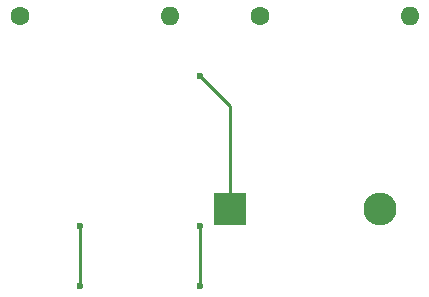
<source format=gbr>
%TF.GenerationSoftware,KiCad,Pcbnew,(7.0.0)*%
%TF.CreationDate,2023-08-25T15:42:38+02:00*%
%TF.ProjectId,JIG_THT,4a49475f-5448-4542-9e6b-696361645f70,rev?*%
%TF.SameCoordinates,Original*%
%TF.FileFunction,Copper,L2,Bot*%
%TF.FilePolarity,Positive*%
%FSLAX46Y46*%
G04 Gerber Fmt 4.6, Leading zero omitted, Abs format (unit mm)*
G04 Created by KiCad (PCBNEW (7.0.0)) date 2023-08-25 15:42:38*
%MOMM*%
%LPD*%
G01*
G04 APERTURE LIST*
%TA.AperFunction,ComponentPad*%
%ADD10C,1.600000*%
%TD*%
%TA.AperFunction,ComponentPad*%
%ADD11O,1.600000X1.600000*%
%TD*%
%TA.AperFunction,ComponentPad*%
%ADD12O,2.800000X2.800000*%
%TD*%
%TA.AperFunction,ComponentPad*%
%ADD13R,2.800000X2.800000*%
%TD*%
%TA.AperFunction,ViaPad*%
%ADD14C,0.600000*%
%TD*%
%TA.AperFunction,Conductor*%
%ADD15C,0.250000*%
%TD*%
G04 APERTURE END LIST*
D10*
%TO.P,R2,1*%
%TO.N,N/C*%
X63500000Y-45720000D03*
D11*
%TO.P,R2,2*%
X76199999Y-45719999D03*
%TD*%
D10*
%TO.P,R1,1*%
%TO.N,N/C*%
X43180000Y-45720000D03*
D11*
%TO.P,R1,2*%
X55879999Y-45719999D03*
%TD*%
D12*
%TO.P,1n4148,2*%
%TO.N,N/C*%
X73659999Y-61999999D03*
D13*
%TO.P,1n4148,1*%
X60959999Y-61999999D03*
%TD*%
D14*
%TO.N,*%
X58420000Y-68580000D03*
X58420000Y-50800000D03*
X48260000Y-68580000D03*
X48260000Y-63500000D03*
X58420000Y-63500000D03*
%TD*%
D15*
%TO.N,*%
X60960000Y-53340000D02*
X60960000Y-62000000D01*
X58420000Y-50800000D02*
X60960000Y-53340000D01*
X48260000Y-63500000D02*
X48260000Y-68580000D01*
X58420000Y-63500000D02*
X58420000Y-68580000D01*
%TD*%
M02*

</source>
